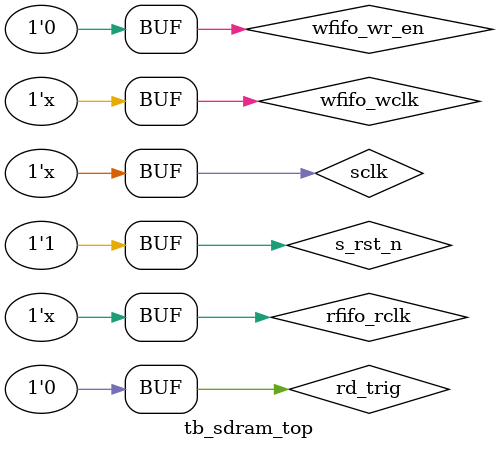
<source format=v>
`timescale      1ns/1ns

module  tb_sdram_top;

//use IEEE.STD_LOGIC_ARITH.ALL;
//use IEEE.STD_LOGIC_UNSIGNED.ALL;


reg             sclk;
reg             s_rst_n;

//----------------------------------------------------------
wire            sdram_clk;
wire            sdram_cke;
wire            sdram_cs_n;
wire            sdram_cas_n;
wire            sdram_ras_n;
wire            sdram_we_n;
wire    [ 1:0]  sdram_bank;
wire    [12:0]  sdram_addr;
wire    [ 1:0]  sdram_dqm;
wire    [15:0]  sdram_dq;

reg wr_trig;
reg rd_trig;

//------------------------------------------------------- 
//    wfifo
reg                             wfifo_wclk                      ;       
reg                             wfifo_wr_en                     ;       
reg  [15:0]                     wfifo_wr_data                    ;       
//rfifo
reg                             rfifo_rclk                      ;       
reg                             rfifo_rd_en                     ;       
wire [15:0]                     rfifo_rd_data                   ;       
wire                            rfifo_rd_ready                  ;    
//----------------------------------------------------------

initial begin
        sclk    =       1;
        s_rst_n <=      0;
        rd_trig <= 0;
        #100
        s_rst_n <=      1;
        #210000;
    
end

initial begin
   wfifo_wclk = 1;
   wfifo_wr_en = 0;
   #220000;
   wfifo_wr_en = 1;
   #5120;
   wfifo_wr_en = 0;
end

initial begin
   rfifo_rclk = 1;
end


//------------------------------------------------------- 
//    wfifo_wr_data
always  @(posedge wfifo_wclk or negedge s_rst_n) begin
        if(s_rst_n == 1'b0)
            wfifo_wr_data = 'd0;
        else if(wfifo_wr_data >= 255)
            wfifo_wr_data = 'd0;
        else if(wfifo_wr_en == 1'b1)
            wfifo_wr_data = wfifo_wr_data + 1'b1;
end

always @(posedge wfifo_wclk or negedge s_rst_n) begin
    if(s_rst_n == 1'b0)
        rfifo_rd_en <= 'd0;
    else if(rfifo_rd_ready == 1'b1)
        rfifo_rd_en <= 1'b1;
end



always  begin
    #5;     
    sclk    =       ~sclk; //100M
end

always begin
    #10;
    wfifo_wclk = ~wfifo_wclk; //50M
end

always begin
    #10;
    rfifo_rclk = ~rfifo_rclk; //50M
end


defparam        sdram_model_plus_inst.addr_bits =       13;
defparam        sdram_model_plus_inst.data_bits =       16;
defparam        sdram_model_plus_inst.col_bits  =       9;
defparam        sdram_model_plus_inst.mem_sizes =       2*1024*1024;            // 2M






sdram_top	sdram_top_inst(
        // system signals
        .sclk                   (sclk                   ),
        .s_rst_n                (s_rst_n                ),
        // SDRAM Interfaces
        .sdram_clk              (sdram_clk              ),
        .sdram_cke              (sdram_cke              ),
        .sdram_cs_n             (sdram_cs_n             ),
        .sdram_cas_n            (sdram_cas_n            ),
        .sdram_ras_n            (sdram_ras_n            ),
        .sdram_we_n             (sdram_we_n             ),
        .sdram_bank             (sdram_bank             ),
        .sdram_addr             (sdram_addr             ),
        .sdram_dqm              (sdram_dqm              ),
        .sdram_dq               (sdram_dq               ),
    
            // FIFO Signals
        .wfifo_wclk             (wfifo_wclk             ),
        .wfifo_wr_en            (wfifo_wr_en            ),
        .wfifo_wr_data          (wfifo_wr_data          ),

        .rfifo_rclk             (rfifo_rclk          ),
        .rfifo_rd_en            (rfifo_rd_en            ),
        .rfifo_rd_data          (rfifo_rd_data          ),
        .rfifo_rd_ready         (rfifo_rd_ready         )
);


sdram_model_plus sdram_model_plus_inst(
        .Dq                     (sdram_dq               ), 
        .Addr                   (sdram_addr             ), 
        .Ba                     (sdram_bank             ), 
        .Clk                    (sdram_clk              ), 
        .Cke                    (sdram_cke              ), 
        .Cs_n                   (sdram_cs_n             ), 
        .Ras_n                  (sdram_ras_n            ), 
        .Cas_n                  (sdram_cas_n            ), 
        .We_n                   (sdram_we_n             ), 
        .Dqm                    (sdram_dqm              ),
        .Debug                  (1'b1                   )
);


endmodule

</source>
